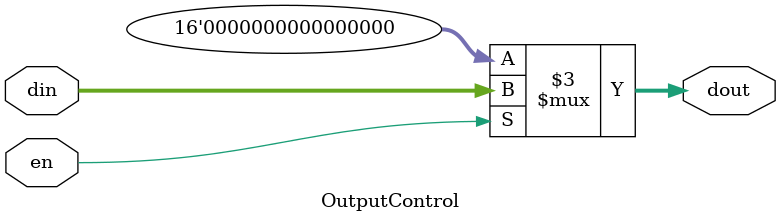
<source format=sv>
module BarrelShifter #(
    parameter SIZE = 16,
    parameter SHIFT_WIDTH = 4
)(
    input [SIZE-1:0] din,
    input [SHIFT_WIDTH-1:0] shift,
    input en, left,
    output [SIZE-1:0] dout
);
    // Internal connections
    wire [SIZE-1:0] shift_left_result;
    wire [SIZE-1:0] shift_right_result;
    wire [SIZE-1:0] selected_result;
    
    // Left shifter submodule instantiation
    LeftShifter #(
        .SIZE(SIZE),
        .SHIFT_WIDTH(SHIFT_WIDTH)
    ) left_shifter_inst (
        .din(din),
        .shift(shift),
        .dout(shift_left_result)
    );
    
    // Right shifter submodule instantiation
    RightShifter #(
        .SIZE(SIZE),
        .SHIFT_WIDTH(SHIFT_WIDTH)
    ) right_shifter_inst (
        .din(din),
        .shift(shift),
        .dout(shift_right_result)
    );
    
    // Direction selector submodule instantiation
    DirectionSelector #(
        .SIZE(SIZE)
    ) dir_selector_inst (
        .left_result(shift_left_result),
        .right_result(shift_right_result),
        .select_left(left),
        .result(selected_result)
    );
    
    // Output enable control submodule instantiation
    OutputControl #(
        .SIZE(SIZE)
    ) out_control_inst (
        .din(selected_result),
        .en(en),
        .dout(dout)
    );
endmodule

//==========================================================================
// Submodule: Left Shifter
//==========================================================================
module LeftShifter #(
    parameter SIZE = 16,
    parameter SHIFT_WIDTH = 4
)(
    input [SIZE-1:0] din,
    input [SHIFT_WIDTH-1:0] shift,
    output reg [SIZE-1:0] dout
);
    // Perform left shift operation using always block
    always @(*) begin
        dout = din << shift;
    end
endmodule

//==========================================================================
// Submodule: Right Shifter
//==========================================================================
module RightShifter #(
    parameter SIZE = 16,
    parameter SHIFT_WIDTH = 4
)(
    input [SIZE-1:0] din,
    input [SHIFT_WIDTH-1:0] shift,
    output reg [SIZE-1:0] dout
);
    // Perform right shift operation using always block
    always @(*) begin
        dout = din >> shift;
    end
endmodule

//==========================================================================
// Submodule: Direction Selector
//==========================================================================
module DirectionSelector #(
    parameter SIZE = 16
)(
    input [SIZE-1:0] left_result,
    input [SIZE-1:0] right_result,
    input select_left,
    output reg [SIZE-1:0] result
);
    // Select between left and right shift result based on direction control
    always @(*) begin
        if (select_left) begin
            result = left_result;
        end
        else begin
            result = right_result;
        end
    end
endmodule

//==========================================================================
// Submodule: Output Control
//==========================================================================
module OutputControl #(
    parameter SIZE = 16
)(
    input [SIZE-1:0] din,
    input en,
    output reg [SIZE-1:0] dout
);
    // Control output based on enable signal
    always @(*) begin
        if (en) begin
            dout = din;
        end
        else begin
            dout = {SIZE{1'b0}};
        end
    end
endmodule
</source>
